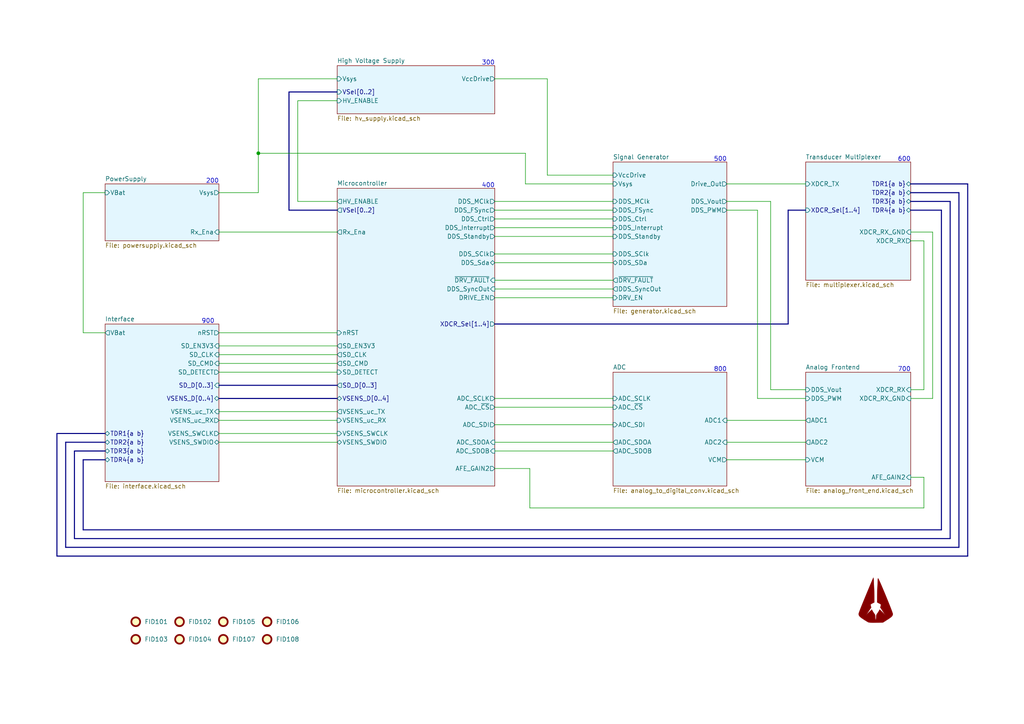
<source format=kicad_sch>
(kicad_sch (version 20230121) (generator eeschema)
  (paper "A4")
  (title_block (title "Velocity Sensor - Version 04") (date "2023-09-07") (rev "A") (company "Swiss Ocean Tech AG") (comment 1 "Designer: SNI, EVE"))
  (lib_symbols
    (symbol "Mechanical:Fiducial"
      (property "Reference" "FID" (at 0 5.08 0))
      (property "Value" "Fiducial" (at 0 3.175 0))
      (symbol "Fiducial_0_1"
        (circle (center 0 0) (radius 1.27) (stroke (width 0.508)) (fill (type background)))
      )
    )
    (symbol "SOC_Logo:LOGO_AGU" (pin_names (offset 1.016))
      (symbol "LOGO_AGU_0_0"
        (polyline (pts (xy 0.0878 -6.5817) (xy 2.0806 -6.5616) (xy 3.3428 -5.7571) (xy 3.7441 -5.4975) (xy 4.1782 -5.1993) (xy 4.4948 -4.9505) (xy 4.7116 -4.7326) (xy 4.8463 -4.5267) (xy 4.9169 -4.3143) (xy 4.9409 -4.0766) (xy 4.9154 -3.9495) (xy 4.8325 -3.6865) (xy 4.6982 -3.3067) (xy 4.5188 -2.8254) (xy 4.3007 -2.2577) (xy 4.05 -1.619) (xy 3.7733 -0.9245) (xy 3.4766 -0.1893) (xy 3.1665 0.5711) (xy 2.8491 1.3417) (xy 2.5308 2.1072) (xy 2.2179 2.8523) (xy 1.9167 3.5617) (xy 1.6335 4.2204) (xy 1.3746 4.8129) (xy 1.1463 5.3242) (xy 0.9549 5.7389) (xy 0.8068 6.0417) (xy 0.7083 6.2176) (xy 0.6655 6.2512) (xy 0.6594 6.2245) (xy 0.6355 6.0296) (xy 0.609 5.6969) (xy 0.5808 5.2509) (xy 0.552 4.7161) (xy 0.5238 4.117) (xy 0.497 3.4782) (xy 0.4728 2.8243) (xy 0.4522 2.1797) (xy 0.4363 1.569) (xy 0.4261 1.0167) (xy 0.4226 0.5474) (xy 0.4233 -0.7256) (xy 0.9737 -0.997) (xy 1.0044 -1.0123) (xy 1.2673 -1.1558) (xy 1.4534 -1.2798) (xy 1.524 -1.3587) (xy 1.52 -1.3999) (xy 1.486 -1.5814) (xy 1.4284 -1.8285) (xy 1.3328 -2.2081) (xy 2.069 -3.3265) (xy 2.8051 -4.445) (xy 1.9857 -3.6149) (xy 1.8886 -3.5169) (xy 1.6022 -3.2321) (xy 1.368 -3.0054) (xy 1.2078 -2.8578) (xy 1.1438 -2.8106) (xy 1.1291 -2.8341) (xy 1.0553 -2.9712) (xy 0.9465 -3.1834) (xy 0.8709 -3.3218) (xy 0.6802 -3.628) (xy 0.4746 -3.9194) (xy 0.4606 -3.9379) (xy 0.328 -4.1239) (xy 0.241 -4.2924) (xy 0.1861 -4.4902) (xy 0.1499 -4.7638) (xy 0.1191 -5.1598) (xy 0.0991 -5.4109) (xy 0.0656 -5.7207) (xy 0.0311 -5.9327) (xy 0.0006 -6.0113) (xy -0.0192 -5.9745) (xy -0.0524 -5.8018) (xy -0.0859 -5.52) (xy -0.1147 -5.1648) (xy -0.1178 -5.1177) (xy -0.1471 -4.7382) (xy -0.1835 -4.476) (xy -0.2406 -4.2844) (xy -0.3319 -4.1161) (xy -0.4709 -3.9244) (xy -0.5847 -3.7681) (xy -0.7898 -3.4569) (xy -0.9465 -3.1834) (xy -1 -3.0781) (xy -1.0944 -2.8962) (xy -1.1401 -2.8143) (xy -1.1482 -2.8175) (xy -1.244 -2.8995) (xy -1.4299 -3.0744) (xy -1.6837 -3.3211) (xy -1.9833 -3.6186) (xy -2.8079 -4.445) (xy -2.0704 -3.3265) (xy -1.3329 -2.2081) (xy -1.4284 -1.8285) (xy -1.4555 -1.7172) (xy -1.5046 -1.4903) (xy -1.524 -1.3587) (xy -1.5232 -1.3532) (xy -1.4385 -1.2683) (xy -1.2425 -1.1411) (xy -0.9737 -0.997) (xy -0.4233 -0.7256) (xy -0.422 0.5474) (xy -0.4224 0.7045) (xy -0.4282 1.1676) (xy -0.4401 1.708) (xy -0.457 2.3034) (xy -0.478 2.9313) (xy -0.5022 3.5693) (xy -0.5285 4.195) (xy -0.556 4.7859) (xy -0.5837 5.3197) (xy -0.6106 5.7739) (xy -0.6359 6.1261) (xy -0.6584 6.3538) (xy -0.6772 6.4347) (xy -0.6851 6.4237) (xy -0.748 6.2919) (xy -0.8679 6.0213) (xy -1.0392 5.6251) (xy -1.2564 5.1162) (xy -1.5139 4.5075) (xy -1.8064 3.8121) (xy -2.1282 3.043) (xy -2.4739 2.213) (xy -2.838 1.3353) (xy -3.0126 0.9132) (xy -3.4507 -0.1505) (xy -3.8259 -1.0691) (xy -4.1412 -1.8502) (xy -4.3995 -2.5015) (xy -4.6039 -3.0306) (xy -4.7572 -3.4451) (xy -4.8625 -3.7527) (xy -4.9228 -3.9611) (xy -4.9409 -4.0779) (xy -4.9399 -4.1077) (xy -4.9062 -4.3573) (xy -4.8153 -4.583) (xy -4.6487 -4.8055) (xy -4.3879 -5.0452) (xy -4.0142 -5.3226) (xy -3.5091 -5.6582) (xy -3.3266 -5.7751) (xy -2.9347 -6.0221) (xy -2.588 -6.2356) (xy -2.3187 -6.3957) (xy -2.159 -6.4828) (xy -2.1376 -6.4921) (xy -2.0042 -6.5296) (xy -1.8028 -6.5568) (xy -1.5131 -6.5748) (xy -1.115 -6.5843) (xy -0.5881 -6.5863) (xy 0.0878 -6.5817)) (stroke (width 0.01)) (fill (type outline)))
      )
    )
  )
  (junction (at 74.93 44.45))
  (wire (pts (xy 74.93 22.86) (xy 97.79 22.86)))
  (bus (pts (xy 228.6 93.98) (xy 228.6 60.96)))
  (wire (pts (xy 143.51 86.36) (xy 177.8 86.36)))
  (wire (pts (xy 30.48 96.52) (xy 24.13 96.52)))
  (wire (pts (xy 74.93 55.88) (xy 74.93 44.45)))
  (wire (pts (xy 267.97 138.43) (xy 264.16 138.43)))
  (wire (pts (xy 264.16 69.85) (xy 267.97 69.85)))
  (wire (pts (xy 143.51 135.89) (xy 153.67 135.89)))
  (wire (pts (xy 210.82 133.35) (xy 233.68 133.35)))
  (wire (pts (xy 153.67 135.89) (xy 153.67 147.32)))
  (wire (pts (xy 210.82 58.42) (xy 223.52 58.42)))
  (wire (pts (xy 86.36 29.21) (xy 86.36 58.42)))
  (bus (pts (xy 19.05 128.27) (xy 30.48 128.27)))
  (wire (pts (xy 158.75 50.8) (xy 158.75 22.86)))
  (wire (pts (xy 143.51 123.19) (xy 177.8 123.19)))
  (wire (pts (xy 63.5 96.52) (xy 97.79 96.52)))
  (wire (pts (xy 152.4 53.34) (xy 152.4 44.45)))
  (wire (pts (xy 143.51 63.5) (xy 177.8 63.5)))
  (wire (pts (xy 63.5 125.73) (xy 97.79 125.73)))
  (wire (pts (xy 74.93 44.45) (xy 74.93 22.86)))
  (wire (pts (xy 152.4 44.45) (xy 74.93 44.45)))
  (wire (pts (xy 264.16 113.03) (xy 267.97 113.03)))
  (bus (pts (xy 83.82 60.96) (xy 83.82 26.67)))
  (bus (pts (xy 19.05 158.75) (xy 19.05 128.27)))
  (wire (pts (xy 63.5 55.88) (xy 74.93 55.88)))
  (wire (pts (xy 86.36 58.42) (xy 97.79 58.42)))
  (bus (pts (xy 16.51 125.73) (xy 16.51 161.29)))
  (wire (pts (xy 63.5 102.87) (xy 97.79 102.87)))
  (bus (pts (xy 97.79 60.96) (xy 83.82 60.96)))
  (wire (pts (xy 63.5 107.95) (xy 97.79 107.95)))
  (bus (pts (xy 63.5 115.57) (xy 97.79 115.57)))
  (bus (pts (xy 278.13 55.88) (xy 278.13 158.75)))
  (wire (pts (xy 223.52 113.03) (xy 223.52 58.42)))
  (wire (pts (xy 143.51 128.27) (xy 177.8 128.27)))
  (bus (pts (xy 280.67 161.29) (xy 280.67 53.34)))
  (wire (pts (xy 63.5 128.27) (xy 97.79 128.27)))
  (wire (pts (xy 63.5 119.38) (xy 97.79 119.38)))
  (wire (pts (xy 24.13 55.88) (xy 30.48 55.88)))
  (wire (pts (xy 143.51 76.2) (xy 177.8 76.2)))
  (wire (pts (xy 63.5 100.33) (xy 97.79 100.33)))
  (wire (pts (xy 210.82 60.96) (xy 219.71 60.96)))
  (wire (pts (xy 210.82 53.34) (xy 233.68 53.34)))
  (wire (pts (xy 97.79 29.21) (xy 86.36 29.21)))
  (wire (pts (xy 63.5 67.31) (xy 97.79 67.31)))
  (wire (pts (xy 143.51 60.96) (xy 177.8 60.96)))
  (wire (pts (xy 210.82 128.27) (xy 233.68 128.27)))
  (bus (pts (xy 275.59 156.21) (xy 275.59 58.42)))
  (bus (pts (xy 278.13 158.75) (xy 19.05 158.75)))
  (bus (pts (xy 228.6 60.96) (xy 233.68 60.96)))
  (bus (pts (xy 280.67 53.34) (xy 264.16 53.34)))
  (bus (pts (xy 143.51 93.98) (xy 228.6 93.98)))
  (bus (pts (xy 21.59 156.21) (xy 275.59 156.21)))
  (bus (pts (xy 21.59 130.81) (xy 21.59 156.21)))
  (bus (pts (xy 264.16 55.88) (xy 278.13 55.88)))
  (wire (pts (xy 143.51 83.82) (xy 177.8 83.82)))
  (wire (pts (xy 63.5 105.41) (xy 97.79 105.41)))
  (wire (pts (xy 143.51 66.04) (xy 177.8 66.04)))
  (wire (pts (xy 219.71 115.57) (xy 233.68 115.57)))
  (wire (pts (xy 143.51 118.11) (xy 177.8 118.11)))
  (wire (pts (xy 270.51 67.31) (xy 270.51 115.57)))
  (wire (pts (xy 267.97 69.85) (xy 267.97 113.03)))
  (wire (pts (xy 153.67 147.32) (xy 267.97 147.32)))
  (wire (pts (xy 143.51 130.81) (xy 177.8 130.81)))
  (wire (pts (xy 219.71 60.96) (xy 219.71 115.57)))
  (wire (pts (xy 143.51 73.66) (xy 177.8 73.66)))
  (wire (pts (xy 177.8 53.34) (xy 152.4 53.34)))
  (bus (pts (xy 83.82 26.67) (xy 97.79 26.67)))
  (bus (pts (xy 264.16 60.96) (xy 273.05 60.96)))
  (wire (pts (xy 210.82 121.92) (xy 233.68 121.92)))
  (wire (pts (xy 158.75 22.86) (xy 143.51 22.86)))
  (wire (pts (xy 143.51 115.57) (xy 177.8 115.57)))
  (bus (pts (xy 63.5 111.76) (xy 97.79 111.76)))
  (bus (pts (xy 273.05 153.67) (xy 24.13 153.67)))
  (wire (pts (xy 177.8 50.8) (xy 158.75 50.8)))
  (wire (pts (xy 143.51 81.28) (xy 177.8 81.28)))
  (wire (pts (xy 24.13 96.52) (xy 24.13 55.88)))
  (bus (pts (xy 24.13 153.67) (xy 24.13 133.35)))
  (wire (pts (xy 143.51 68.58) (xy 177.8 68.58)))
  (bus (pts (xy 30.48 130.81) (xy 21.59 130.81)))
  (bus (pts (xy 24.13 133.35) (xy 30.48 133.35)))
  (wire (pts (xy 270.51 115.57) (xy 264.16 115.57)))
  (bus (pts (xy 275.59 58.42) (xy 264.16 58.42)))
  (wire (pts (xy 267.97 147.32) (xy 267.97 138.43)))
  (bus (pts (xy 30.48 125.73) (xy 16.51 125.73)))
  (bus (pts (xy 273.05 60.96) (xy 273.05 153.67)))
  (wire (pts (xy 233.68 113.03) (xy 223.52 113.03)))
  (wire (pts (xy 143.51 58.42) (xy 177.8 58.42)))
  (wire (pts (xy 264.16 67.31) (xy 270.51 67.31)))
  (bus (pts (xy 16.51 161.29) (xy 280.67 161.29)))
  (wire (pts (xy 63.5 121.92) (xy 97.79 121.92)))
  (text "700" (at 260.35 107.95 0) (effects (font (size 1.27 1.27)) (justify left bottom)))
  (text "400" (at 139.7 54.61 0) (effects (font (size 1.27 1.27)) (justify left bottom)))
  (text "800" (at 207.01 107.95 0) (effects (font (size 1.27 1.27)) (justify left bottom)))
  (text "500" (at 207.01 46.99 0) (effects (font (size 1.27 1.27)) (justify left bottom)))
  (text "300" (at 139.7 19.05 0) (effects (font (size 1.27 1.27)) (justify left bottom)))
  (text "600" (at 260.35 46.99 0) (effects (font (size 1.27 1.27)) (justify left bottom)))
  (text "900" (at 58.42 93.98 0) (effects (font (size 1.27 1.27)) (justify left bottom)))
  (text "200" (at 59.69 53.34 0) (effects (font (size 1.27 1.27)) (justify left bottom)))
  (symbol (lib_id "SOC_Logo:LOGO_AGU") (at 254 173.99 0) (unit 1) (in_bom no)
    (property "Reference" "Logo101" (effects hide))
    (property "Value" "LOGO_AGU" (effects hide))
    (property "Footprint" "SOC_Logo:AGU_15mm" (effects hide))
  )
  (symbol (lib_id "Mechanical:Fiducial") (at 64.77 180.34 0) (unit 1) (in_bom no)
    (property "Reference" "FID105" (at 67.31 180.34 0) (effects (justify left)))
    (property "Value" "Fiducial" (effects hide))
    (property "Footprint" "Fiducial:Fiducial_0.5mm_Mask1mm" (effects hide))
  )
  (symbol (lib_id "Mechanical:Fiducial") (at 77.47 185.42 0) (unit 1) (in_bom no)
    (property "Reference" "FID108" (at 80.01 185.42 0) (effects (justify left)))
    (property "Value" "Fiducial" (effects hide))
    (property "Footprint" "Fiducial:Fiducial_0.5mm_Mask1mm" (effects hide))
  )
  (symbol (lib_id "Mechanical:Fiducial") (at 52.07 185.42 0) (unit 1) (in_bom no)
    (property "Reference" "FID104" (at 54.61 185.42 0) (effects (justify left)))
    (property "Value" "Fiducial" (effects hide))
    (property "Footprint" "Fiducial:Fiducial_0.5mm_Mask1mm" (effects hide))
  )
  (symbol (lib_id "Mechanical:Fiducial") (at 77.47 180.34 0) (unit 1) (in_bom no)
    (property "Reference" "FID106" (at 80.01 180.34 0) (effects (justify left)))
    (property "Value" "Fiducial" (effects hide))
    (property "Footprint" "Fiducial:Fiducial_0.5mm_Mask1mm" (effects hide))
  )
  (symbol (lib_id "Mechanical:Fiducial") (at 64.77 185.42 0) (unit 1) (in_bom no)
    (property "Reference" "FID107" (at 67.31 185.42 0) (effects (justify left)))
    (property "Value" "Fiducial" (effects hide))
    (property "Footprint" "Fiducial:Fiducial_0.5mm_Mask1mm" (effects hide))
  )
  (symbol (lib_id "Mechanical:Fiducial") (at 52.07 180.34 0) (unit 1) (in_bom no)
    (property "Reference" "FID102" (at 54.61 180.34 0) (effects (justify left)))
    (property "Value" "Fiducial" (effects hide))
    (property "Footprint" "Fiducial:Fiducial_0.5mm_Mask1mm" (effects hide))
  )
  (symbol (lib_id "Mechanical:Fiducial") (at 39.37 180.34 0) (unit 1) (in_bom no)
    (property "Reference" "FID101" (at 41.91 180.34 0) (effects (justify left)))
    (property "Value" "Fiducial" (effects hide))
    (property "Footprint" "Fiducial:Fiducial_0.5mm_Mask1mm" (effects hide))
  )
  (symbol (lib_id "Mechanical:Fiducial") (at 39.37 185.42 0) (unit 1) (in_bom no)
    (property "Reference" "FID103" (at 41.91 185.42 0) (effects (justify left)))
    (property "Value" "Fiducial" (effects hide))
    (property "Footprint" "Fiducial:Fiducial_0.5mm_Mask1mm" (effects hide))
  )
  (sheet (at 233.68 46.99) (size 30.48 34.29) (stroke (width 0.1524)) (fill (color 200 237 253 0.5020))
    (property "Sheetname" "Transducer Multiplexer" (at 233.68 46.2784 0) (effects (justify left bottom)))
    (property "Sheetfile" "multiplexer.kicad_sch" (at 233.68 81.8646 0) (effects (justify left top)))
    (pin "XDCR_Sel[1..4]" input (at 233.68 60.96 180))
    (pin "XDCR_RX" output (at 264.16 69.85 0))
    (pin "XDCR_TX" input (at 233.68 53.34 180))
    (pin "XDCR_RX_GND" input (at 264.16 67.31 0))
    (pin "TDR1{a b}" bidirectional (at 264.16 53.34 0))
    (pin "TDR2{a b}" bidirectional (at 264.16 55.88 0))
    (pin "TDR4{a b}" bidirectional (at 264.16 60.96 0))
    (pin "TDR3{a b}" bidirectional (at 264.16 58.42 0))
  )
  (sheet (at 30.48 93.98) (size 33.02 45.72) (stroke (width 0.1524)) (fill (color 200 237 253 0.5020))
    (property "Sheetname" "Interface" (at 30.48 93.2684 0) (effects (justify left bottom)))
    (property "Sheetfile" "interface.kicad_sch" (at 30.48 140.2846 0) (effects (justify left top)))
    (pin "VBat" output (at 30.48 96.52 180))
    (pin "SD_EN3V3" input (at 63.5 100.33 0))
    (pin "SD_CMD" input (at 63.5 105.41 0))
    (pin "SD_CLK" input (at 63.5 102.87 0))
    (pin "SD_DETECT" output (at 63.5 107.95 0))
    (pin "SD_D[0..3]" input (at 63.5 111.76 0))
    (pin "VSENS_D[0..4]" bidirectional (at 63.5 115.57 0))
    (pin "nRST" output (at 63.5 96.52 0))
    (pin "VSENS_uc_RX" output (at 63.5 121.92 0))
    (pin "VSENS_uc_TX" input (at 63.5 119.38 0))
    (pin "VSENS_SWCLK" output (at 63.5 125.73 0))
    (pin "VSENS_SWDIO" bidirectional (at 63.5 128.27 0))
    (pin "TDR3{a b}" bidirectional (at 30.48 130.81 180))
    (pin "TDR1{a b}" bidirectional (at 30.48 125.73 180))
    (pin "TDR4{a b}" bidirectional (at 30.48 133.35 180))
    (pin "TDR2{a b}" bidirectional (at 30.48 128.27 180))
  )
  (sheet (at 30.48 53.34) (size 33.02 16.51) (stroke (width 0.1524)) (fill (color 200 237 253 0.5020))
    (property "Sheetname" "PowerSupply" (at 30.48 52.6284 0) (effects (justify left bottom)))
    (property "Sheetfile" "powersupply.kicad_sch" (at 30.48 70.4346 0) (effects (justify left top)))
    (pin "VBat" input (at 30.48 55.88 180))
    (pin "Rx_Ena" input (at 63.5 67.31 0))
    (pin "Vsys" output (at 63.5 55.88 0))
  )
  (sheet (at 97.79 19.05) (size 45.72 13.97) (stroke (width 0.1524)) (fill (color 200 237 253 0.5020))
    (property "Sheetname" "High Voltage Supply" (at 97.79 18.3384 0) (effects (justify left bottom)))
    (property "Sheetfile" "hv_supply.kicad_sch" (at 97.79 33.6046 0) (effects (justify left top)))
    (pin "HV_ENABLE" input (at 97.79 29.21 180))
    (pin "Vsys" input (at 97.79 22.86 180))
    (pin "VSel[0..2]" input (at 97.79 26.67 180))
    (pin "VccDrive" output (at 143.51 22.86 0))
  )
  (sheet (at 233.68 107.95) (size 30.48 33.02) (stroke (width 0.1524)) (fill (color 200 237 253 0.5020))
    (property "Sheetname" "Analog Frontend" (at 233.68 107.2384 0) (effects (justify left bottom)))
    (property "Sheetfile" "analog_front_end.kicad_sch" (at 233.68 141.5546 0) (effects (justify left top)))
    (pin "XDCR_RX" input (at 264.16 113.03 0))
    (pin "DDS_PWM" input (at 233.68 115.57 180))
    (pin "DDS_Vout" input (at 233.68 113.03 180))
    (pin "AFE_GAIN2" input (at 264.16 138.43 0))
    (pin "ADC1" output (at 233.68 121.92 180))
    (pin "VCM" input (at 233.68 133.35 180))
    (pin "ADC2" output (at 233.68 128.27 180))
    (pin "XDCR_RX_GND" input (at 264.16 115.57 0))
  )
  (sheet (at 177.8 46.99) (size 33.02 41.91) (stroke (width 0.1524)) (fill (color 200 237 253 0.5020))
    (property "Sheetname" "Signal Generator" (at 177.8 46.2784 0) (effects (justify left bottom)))
    (property "Sheetfile" "generator.kicad_sch" (at 177.8 89.4846 0) (effects (justify left top)))
    (pin "DDS_Vout" output (at 210.82 58.42 0))
    (pin "Drive_Out" output (at 210.82 53.34 0))
    (pin "~{DRV_FAULT}" output (at 177.8 81.28 180))
    (pin "DDS_FSync" input (at 177.8 60.96 180))
    (pin "DDS_SClk" input (at 177.8 73.66 180))
    (pin "DDS_SyncOut" output (at 177.8 83.82 180))
    (pin "DDS_Ctrl" input (at 177.8 63.5 180))
    (pin "DDS_Interrupt" input (at 177.8 66.04 180))
    (pin "DDS_SDa" bidirectional (at 177.8 76.2 180))
    (pin "DDS_Standby" input (at 177.8 68.58 180))
    (pin "DDS_MClk" input (at 177.8 58.42 180))
    (pin "DDS_PWM" output (at 210.82 60.96 0))
    (pin "DRV_EN" input (at 177.8 86.36 180))
    (pin "VccDrive" input (at 177.8 50.8 180))
    (pin "Vsys" input (at 177.8 53.34 180))
  )
  (sheet (at 177.8 107.95) (size 33.02 33.02) (stroke (width 0.1524)) (fill (color 200 237 253 0.5020))
    (property "Sheetname" "ADC" (at 177.8 107.2384 0) (effects (justify left bottom)))
    (property "Sheetfile" "analog_to_digital_conv.kicad_sch" (at 177.8 141.5546 0) (effects (justify left top)))
    (pin "ADC_SDOA" output (at 177.8 128.27 180))
    (pin "ADC_SDI" input (at 177.8 123.19 180))
    (pin "ADC_~{CS}" input (at 177.8 118.11 180))
    (pin "ADC_SCLK" input (at 177.8 115.57 180))
    (pin "ADC_SDOB" output (at 177.8 130.81 180))
    (pin "ADC2" input (at 210.82 128.27 0))
    (pin "ADC1" input (at 210.82 121.92 0))
    (pin "VCM" output (at 210.82 133.35 0))
  )
  (sheet (at 97.79 54.61) (size 45.72 86.36) (stroke (width 0.1524)) (fill (color 200 237 253 0.5000))
    (property "Sheetname" "Microcontroller" (at 97.79 53.8984 0) (effects (justify left bottom)))
    (property "Sheetfile" "microcontroller.kicad_sch" (at 97.79 141.5546 0) (effects (justify left top)))
    (pin "SD_CMD" output (at 97.79 105.41 180))
    (pin "SD_CLK" output (at 97.79 102.87 180))
    (pin "SD_EN3V3" output (at 97.79 100.33 180))
    (pin "SD_DETECT" input (at 97.79 107.95 180))
    (pin "XDCR_Sel[1..4]" output (at 143.51 93.98 0))
    (pin "DDS_SyncOut" input (at 143.51 83.82 0))
    (pin "AFE_GAIN2" output (at 143.51 135.89 0))
    (pin "DDS_Sda" bidirectional (at 143.51 76.2 0))
    (pin "DDS_SClk" output (at 143.51 73.66 0))
    (pin "DDS_Interrupt" output (at 143.51 66.04 0))
    (pin "~{DRV_FAULT}" input (at 143.51 81.28 0))
    (pin "DDS_FSync" output (at 143.51 60.96 0))
    (pin "DDS_MClk" output (at 143.51 58.42 0))
    (pin "DDS_Standby" output (at 143.51 68.58 0))
    (pin "DDS_Ctrl" output (at 143.51 63.5 0))
    (pin "DRIVE_EN" output (at 143.51 86.36 0))
    (pin "HV_ENABLE" output (at 97.79 58.42 180))
    (pin "VSel[0..2]" output (at 97.79 60.96 180))
    (pin "ADC_SDOB" input (at 143.51 130.81 0))
    (pin "ADC_SCLK" output (at 143.51 115.57 0))
    (pin "ADC_SDOA" input (at 143.51 128.27 0))
    (pin "ADC_SDI" output (at 143.51 123.19 0))
    (pin "ADC_~{CS}" output (at 143.51 118.11 0))
    (pin "SD_D[0..3]" output (at 97.79 111.76 180))
    (pin "VSENS_D[0..4]" bidirectional (at 97.79 115.57 180))
    (pin "nRST" input (at 97.79 96.52 180))
    (pin "VSENS_uc_TX" output (at 97.79 119.38 180))
    (pin "VSENS_uc_RX" input (at 97.79 121.92 180))
    (pin "VSENS_SWCLK" input (at 97.79 125.73 180))
    (pin "VSENS_SWDIO" bidirectional (at 97.79 128.27 180))
    (pin "Rx_Ena" output (at 97.79 67.31 180))
  )
)
</source>
